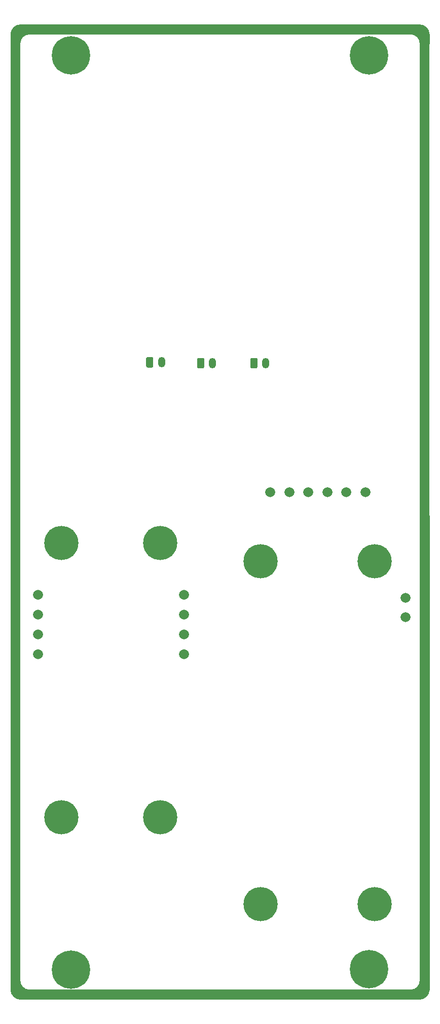
<source format=gbr>
%TF.GenerationSoftware,KiCad,Pcbnew,5.1.9-73d0e3b20d~88~ubuntu20.04.1*%
%TF.CreationDate,2021-04-18T23:10:18-05:00*%
%TF.ProjectId,COTS,434f5453-2e6b-4696-9361-645f70636258,rev?*%
%TF.SameCoordinates,Original*%
%TF.FileFunction,Soldermask,Bot*%
%TF.FilePolarity,Negative*%
%FSLAX46Y46*%
G04 Gerber Fmt 4.6, Leading zero omitted, Abs format (unit mm)*
G04 Created by KiCad (PCBNEW 5.1.9-73d0e3b20d~88~ubuntu20.04.1) date 2021-04-18 23:10:18*
%MOMM*%
%LPD*%
G01*
G04 APERTURE LIST*
%ADD10C,0.150000*%
%ADD11C,0.100000*%
%ADD12C,3.600000*%
%ADD13C,5.700000*%
%ADD14C,1.660000*%
%ADD15C,6.400000*%
%ADD16C,0.800000*%
%ADD17O,1.200000X1.750000*%
G04 APERTURE END LIST*
D10*
X232750000Y-198300000D02*
G75*
G02*
X231150000Y-199900000I-1600000J0D01*
G01*
G36*
X165900000Y-199800000D02*
G01*
X164400000Y-199800000D01*
X164400000Y-40600000D01*
X165900000Y-40600000D01*
X165900000Y-199800000D01*
G37*
X165900000Y-199800000D02*
X164400000Y-199800000D01*
X164400000Y-40600000D01*
X165900000Y-40600000D01*
X165900000Y-199800000D01*
G36*
X166000000Y-198900000D02*
G01*
X166200000Y-199300000D01*
X166500000Y-199600000D01*
X166900000Y-199800000D01*
X167400000Y-199900000D01*
X167400000Y-201400000D01*
X166000000Y-201400000D01*
X165600000Y-201300000D01*
X165000000Y-201000000D01*
X164700000Y-200600000D01*
X164500000Y-200200000D01*
X164400000Y-199800000D01*
X164400000Y-198300000D01*
X165900000Y-198300000D01*
X166000000Y-198900000D01*
G37*
X166000000Y-198900000D02*
X166200000Y-199300000D01*
X166500000Y-199600000D01*
X166900000Y-199800000D01*
X167400000Y-199900000D01*
X167400000Y-201400000D01*
X166000000Y-201400000D01*
X165600000Y-201300000D01*
X165000000Y-201000000D01*
X164700000Y-200600000D01*
X164500000Y-200200000D01*
X164400000Y-199800000D01*
X164400000Y-198300000D01*
X165900000Y-198300000D01*
X166000000Y-198900000D01*
D11*
G36*
X234250000Y-199800000D02*
G01*
X234150000Y-200200000D01*
X233950000Y-200600000D01*
X233650000Y-201000000D01*
X233050000Y-201300000D01*
X232650000Y-201400000D01*
X231250000Y-201400000D01*
X231250000Y-199900000D01*
X231750000Y-199800000D01*
X232150000Y-199600000D01*
X232450000Y-199300000D01*
X232650000Y-198900000D01*
X232750000Y-198300000D01*
X234250000Y-198300000D01*
X234250000Y-199800000D01*
G37*
X234250000Y-199800000D02*
X234150000Y-200200000D01*
X233950000Y-200600000D01*
X233650000Y-201000000D01*
X233050000Y-201300000D01*
X232650000Y-201400000D01*
X231250000Y-201400000D01*
X231250000Y-199900000D01*
X231750000Y-199800000D01*
X232150000Y-199600000D01*
X232450000Y-199300000D01*
X232650000Y-198900000D01*
X232750000Y-198300000D01*
X234250000Y-198300000D01*
X234250000Y-199800000D01*
D10*
X234250000Y-199800000D02*
G75*
G02*
X232650000Y-201400000I-1600000J0D01*
G01*
G36*
X232700000Y-201400000D02*
G01*
X166000000Y-201400000D01*
X166000000Y-199900000D01*
X232700000Y-199900000D01*
X232700000Y-201400000D01*
G37*
X232700000Y-201400000D02*
X166000000Y-201400000D01*
X166000000Y-199900000D01*
X232700000Y-199900000D01*
X232700000Y-201400000D01*
G36*
X167500000Y-40500000D02*
G01*
X166900000Y-40600000D01*
X166500000Y-40800000D01*
X166200000Y-41100000D01*
X166000000Y-41500000D01*
X165900000Y-42000000D01*
X164400000Y-42000000D01*
X164400000Y-40600000D01*
X164500000Y-40200000D01*
X164800000Y-39600000D01*
X165200000Y-39300000D01*
X165600000Y-39100000D01*
X166000000Y-39000000D01*
X167500000Y-39000000D01*
X167500000Y-40500000D01*
G37*
X167500000Y-40500000D02*
X166900000Y-40600000D01*
X166500000Y-40800000D01*
X166200000Y-41100000D01*
X166000000Y-41500000D01*
X165900000Y-42000000D01*
X164400000Y-42000000D01*
X164400000Y-40600000D01*
X164500000Y-40200000D01*
X164800000Y-39600000D01*
X165200000Y-39300000D01*
X165600000Y-39100000D01*
X166000000Y-39000000D01*
X167500000Y-39000000D01*
X167500000Y-40500000D01*
X167500000Y-40500000D02*
G75*
G03*
X165900000Y-42100000I0J-1600000D01*
G01*
G36*
X232700000Y-40500000D02*
G01*
X167500000Y-40500000D01*
X167500000Y-39000000D01*
X232700000Y-39000000D01*
X232700000Y-40500000D01*
G37*
X232700000Y-40500000D02*
X167500000Y-40500000D01*
X167500000Y-39000000D01*
X232700000Y-39000000D01*
X232700000Y-40500000D01*
X165900000Y-198300000D02*
G75*
G03*
X167500000Y-199900000I1600000J0D01*
G01*
X232750000Y-42100000D02*
G75*
G03*
X231150000Y-40500000I-1600000J0D01*
G01*
X234250000Y-40600000D02*
G75*
G03*
X232650000Y-39000000I-1600000J0D01*
G01*
X164400000Y-199800000D02*
G75*
G03*
X166000000Y-201400000I1600000J0D01*
G01*
G36*
X234250000Y-199800000D02*
G01*
X232750000Y-199800000D01*
X232722400Y-40600000D01*
X234222400Y-40600000D01*
X234250000Y-199800000D01*
G37*
X234250000Y-199800000D02*
X232750000Y-199800000D01*
X232722400Y-40600000D01*
X234222400Y-40600000D01*
X234250000Y-199800000D01*
G36*
X233050000Y-39100000D02*
G01*
X233650000Y-39400000D01*
X233950000Y-39800000D01*
X234150000Y-40200000D01*
X234250000Y-40600000D01*
X234250000Y-42100000D01*
X232750000Y-42100000D01*
X232650000Y-41500000D01*
X232450000Y-41100000D01*
X232150000Y-40800000D01*
X231750000Y-40600000D01*
X231250000Y-40500000D01*
X231250000Y-39000000D01*
X232650000Y-39000000D01*
X233050000Y-39100000D01*
G37*
X233050000Y-39100000D02*
X233650000Y-39400000D01*
X233950000Y-39800000D01*
X234150000Y-40200000D01*
X234250000Y-40600000D01*
X234250000Y-42100000D01*
X232750000Y-42100000D01*
X232650000Y-41500000D01*
X232450000Y-41100000D01*
X232150000Y-40800000D01*
X231750000Y-40600000D01*
X231250000Y-40500000D01*
X231250000Y-39000000D01*
X232650000Y-39000000D01*
X233050000Y-39100000D01*
X166000000Y-39000000D02*
G75*
G03*
X164400000Y-40600000I0J-1600000D01*
G01*
D12*
%TO.C,A2*%
X206121000Y-185521600D03*
D13*
X206121000Y-185521600D03*
D12*
X225171000Y-185521600D03*
D13*
X225171000Y-185521600D03*
X206121000Y-128371600D03*
D12*
X206121000Y-128371600D03*
D13*
X225171000Y-128371600D03*
D12*
X225171000Y-128371600D03*
D14*
X230346000Y-134531100D03*
X230346000Y-137706100D03*
X207708500Y-116872000D03*
X210883500Y-116872000D03*
X214058500Y-116872000D03*
X217233500Y-116872000D03*
X220408500Y-116872000D03*
X223583500Y-116872000D03*
%TD*%
D12*
%TO.C,A1*%
X189357000Y-125349000D03*
D13*
X189357000Y-125349000D03*
D12*
X172847000Y-125349000D03*
D13*
X172847000Y-125349000D03*
D12*
X189357000Y-171069000D03*
D13*
X189357000Y-171069000D03*
D12*
X172847000Y-171069000D03*
D13*
X172847000Y-171069000D03*
D14*
X193290000Y-133985000D03*
X193290000Y-137287000D03*
X193290000Y-140589000D03*
X193290000Y-143891000D03*
X168914000Y-133985000D03*
X168914000Y-137287000D03*
X168914000Y-140589000D03*
X168914000Y-143891000D03*
%TD*%
D15*
%TO.C,REF\u002A\u002A*%
X224250000Y-196400000D03*
D16*
X226650000Y-196349200D03*
X225947056Y-198046256D03*
X224250000Y-198749200D03*
X222552944Y-198046256D03*
X221850000Y-196349200D03*
X222552944Y-194652144D03*
X224250000Y-193949200D03*
X225947056Y-194652144D03*
%TD*%
D15*
%TO.C,REF\u002A\u002A*%
X174400000Y-196450800D03*
D16*
X176800000Y-196400000D03*
X176097056Y-198097056D03*
X174400000Y-198800000D03*
X172702944Y-198097056D03*
X172000000Y-196400000D03*
X172702944Y-194702944D03*
X174400000Y-194000000D03*
X176097056Y-194702944D03*
%TD*%
D15*
%TO.C,REF\u002A\u002A*%
X174400000Y-44050800D03*
D16*
X176800000Y-44000000D03*
X176097056Y-45697056D03*
X174400000Y-46400000D03*
X172702944Y-45697056D03*
X172000000Y-44000000D03*
X172702944Y-42302944D03*
X174400000Y-41600000D03*
X176097056Y-42302944D03*
%TD*%
D15*
%TO.C,REF\u002A\u002A*%
X224250000Y-44050800D03*
D16*
X226650000Y-44000000D03*
X225947056Y-45697056D03*
X224250000Y-46400000D03*
X222552944Y-45697056D03*
X221850000Y-44000000D03*
X222552944Y-42302944D03*
X224250000Y-41600000D03*
X225947056Y-42302944D03*
%TD*%
D17*
%TO.C,J9*%
X189579000Y-95250000D03*
G36*
G01*
X186979000Y-95875001D02*
X186979000Y-94624999D01*
G75*
G02*
X187228999Y-94375000I249999J0D01*
G01*
X187929001Y-94375000D01*
G75*
G02*
X188179000Y-94624999I0J-249999D01*
G01*
X188179000Y-95875001D01*
G75*
G02*
X187929001Y-96125000I-249999J0D01*
G01*
X187228999Y-96125000D01*
G75*
G02*
X186979000Y-95875001I0J249999D01*
G01*
G37*
%TD*%
%TO.C,J8*%
X206978000Y-95377000D03*
G36*
G01*
X204378000Y-96002001D02*
X204378000Y-94751999D01*
G75*
G02*
X204627999Y-94502000I249999J0D01*
G01*
X205328001Y-94502000D01*
G75*
G02*
X205578000Y-94751999I0J-249999D01*
G01*
X205578000Y-96002001D01*
G75*
G02*
X205328001Y-96252000I-249999J0D01*
G01*
X204627999Y-96252000D01*
G75*
G02*
X204378000Y-96002001I0J249999D01*
G01*
G37*
%TD*%
%TO.C,J7*%
X198088000Y-95377000D03*
G36*
G01*
X195488000Y-96002001D02*
X195488000Y-94751999D01*
G75*
G02*
X195737999Y-94502000I249999J0D01*
G01*
X196438001Y-94502000D01*
G75*
G02*
X196688000Y-94751999I0J-249999D01*
G01*
X196688000Y-96002001D01*
G75*
G02*
X196438001Y-96252000I-249999J0D01*
G01*
X195737999Y-96252000D01*
G75*
G02*
X195488000Y-96002001I0J249999D01*
G01*
G37*
%TD*%
M02*

</source>
